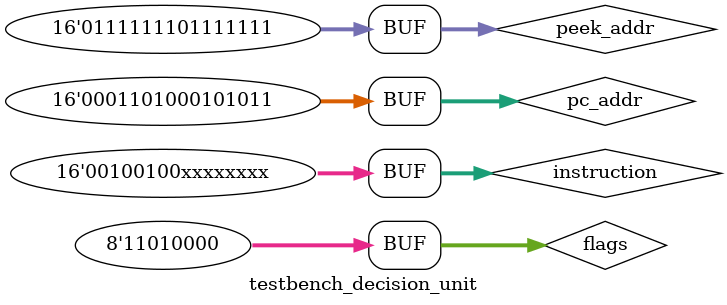
<source format=sv>
`include ".\\src\\decision_unit.sv"

module testbench_decision_unit;

    localparam WORD_SIZE = 16;
    localparam PERIOD = 5;

    reg [WORD_SIZE-1:0] pc_addr, peek_addr;
    reg [7:0] flags = 0;
    wire [WORD_SIZE-1:0] new_addr;

    // TODO: replace enum with one from a package file
    typedef enum logic [15:0] {
        JMP =16'h14xx, JE = 16'h15xx, JNE = 16'h16xx, JC = 16'h17xx, JNC = 16'h18xx,
        JS = 16'h19xx, JNS = 16'h1Axx, JO = 16'h1Bxx, JNO = 16'h1Cxx,
        JA = 16'h1Dxx, JAE = 16'h1Exx, JB = 16'h1Fxx, JBE = 16'h20xx,
        JG = 16'h21xx, JGE = 16'h22xx, JL = 16'h23xx, JLE = 16'h24xx,
        OTHER = 16'hxxxx
    } jump_instruction_enum;

    typedef enum logic [3:0]  {
        ZERO = 7, SIGN = 6, CARRY = 5, OVERFLOW = 4
    } flag_name_enum;

    jump_instruction_enum instruction;

    decision_unit # (
        .WORD_SIZE(WORD_SIZE)
    ) uut_decision_unit (
        .program_counter_address(pc_addr), .instruction(instruction),
        .peek_jump_address(peek_addr), .flags(flags),
        .new_address(new_addr)
    );  

    initial begin
        
        $monitor("(%g) instruction %s (%h)\npc addr %h, peek addr %h\nflags:\n\tzero: %b\n\tsign: %b\n\tcarry: %b\n\toverflow: %b\nnew addr %h\n",
            $time, instruction.name(), instruction, pc_addr, peek_addr, flags[ZERO], flags[SIGN], flags[CARRY], flags[OVERFLOW], new_addr);

        pc_addr = 16'h1a2b;
        peek_addr = 16'h7f7f;

        instruction = OTHER; #PERIOD;
        instruction = JMP; #PERIOD;

        // jump if equal / jump if not equal
        instruction = JE; #PERIOD; // new addr = pc addr
        instruction = JNE; #PERIOD; // new addr = peek addr
        flags[ZERO] = 1;
        instruction = JE; #PERIOD; // new addr = peek addr
        instruction = JNE; #PERIOD; // new addr = pc addr

        flags = 0;

        // jump if carry / jump if not carry
        instruction = JC; #PERIOD; // new addr = pc addr
        instruction = JNC; #PERIOD; // new addr = peek addr
        flags[CARRY] = 1;
        instruction = JC; #PERIOD; // new addr = peek addr
        instruction = JNC; #PERIOD; // new addr = pc addr

        flags = 0;

        // jump if signed / jump if not signed
        instruction = JS; #PERIOD;
        instruction = JNS; #PERIOD;
        flags[SIGN] = 1;
        instruction = JS; #PERIOD;
        instruction = JNS; #PERIOD;

        flags = 0;

        // jump if overflow / jump if not overflow
        instruction = JO; #PERIOD;
        instruction = JNO; #PERIOD;
        flags[OVERFLOW] = 1;
        instruction = JO; #PERIOD;
        instruction = JNO; #PERIOD;

        flags = 0;

        // jump if above
        instruction = JA; #PERIOD; // new addr = peek addr
        flags[ZERO] = 1; #PERIOD; // new addr = pc addr
        flags[ZERO] = 0; flags[CARRY] = 1; #PERIOD; // new addr = pc addr
        flags[ZERO] = 1; #PERIOD; // new addr = peek addr

        flags = 0;

        // jump if above or equal / jump if below
        instruction = JAE; #PERIOD; // new addr = peek addr
        instruction = JB; #PERIOD; // new addr = pc addr
        flags[CARRY] = 1;
        instruction = JAE; #PERIOD; // new addr = pc addr
        instruction = JB; #PERIOD; // new addr = peek addr

        flags = 0;
        // jump if below or equal
        instruction = JBE; #PERIOD;
        flags[ZERO] = 1; #PERIOD;
        flags[CARRY] = 1; flags[ZERO] = 0; #PERIOD;
        flags[ZERO] = 1; #PERIOD;

        // jump if greater than
        flags = 0; instruction = JG;
        for (int i = 0; i < 8; i++) begin
           {flags[SIGN], flags[OVERFLOW], flags[ZERO]} = i[2:0];
           #PERIOD; 
        end

        // jump if greater than or equal to 
        flags = 0; instruction = JGE;
        for (int i = 0; i < 4; i++) begin
            {flags[SIGN], flags[OVERFLOW]} = i[1:0];
            #PERIOD;
        end

        // jump if less than
        flags = 0; instruction = JL;
        for (int i = 0; i < 4; i++) begin
            {flags[SIGN], flags[OVERFLOW]} = i[1:0];
            #PERIOD;
        end

        flags = 0; instruction = JLE;
        for (int i = 0; i < 8; i++) begin
            {flags[SIGN], flags[OVERFLOW], flags[ZERO]} = i[2:0];
            #PERIOD;
        end

    end


endmodule
</source>
